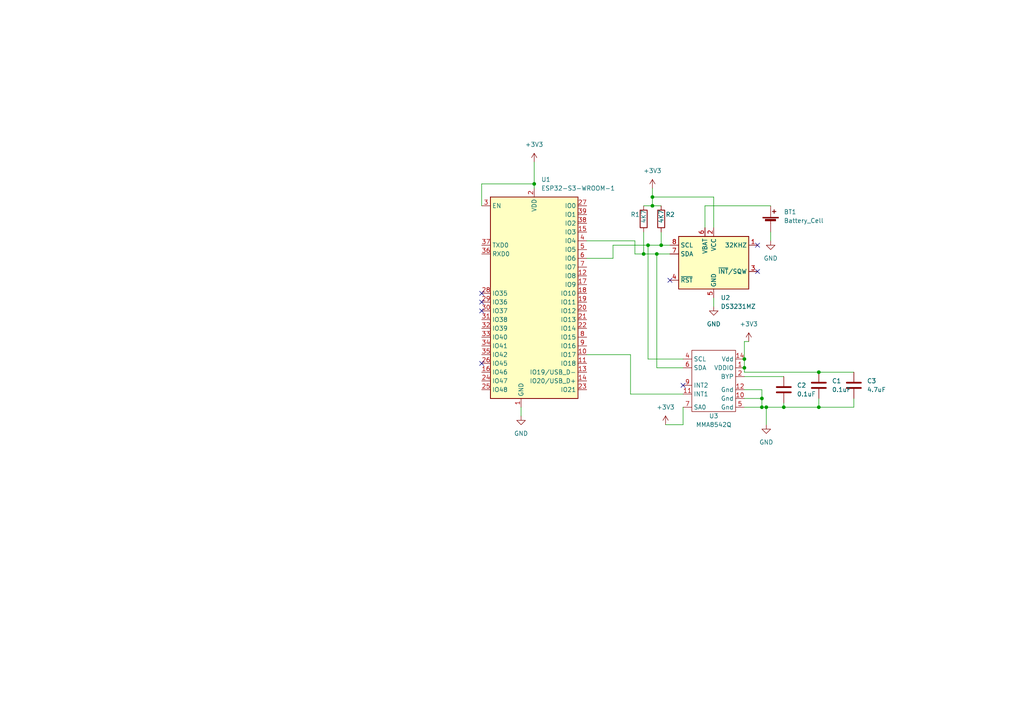
<source format=kicad_sch>
(kicad_sch (version 20211123) (generator eeschema)
  (paper "A4")
  (title_block (title "Parkinson Monitorin Bracelet") (date "2023-02-24") (rev "1.2") (company "Enrique Condes Brena"))
  (lib_symbols
    (symbol "Device:Battery_Cell" (pin_numbers hide) (pin_names (offset 0) hide)
      (property "Reference" "BT" (at 2.54 2.54 0))
      (property "Value" "Battery_Cell" (at 2.54 0 0))
      (symbol "Battery_Cell_0_1"
        (rectangle (start -2.286 1.778) (end 2.286 1.524) (fill (type outline)))
        (rectangle (start -1.5748 1.1938) (end 1.4732 0.6858) (fill (type outline)))
        (polyline (pts (xy 0 0.762) (xy 0 0)))
        (polyline (pts (xy 0 1.778) (xy 0 2.54)))
        (polyline (pts (xy 0.508 3.429) (xy 1.524 3.429)) (stroke (width 0.254)))
        (polyline (pts (xy 1.016 3.937) (xy 1.016 2.921)) (stroke (width 0.254)))
      )
      (symbol "Battery_Cell_1_1"
        (pin passive line (at 0 5.08 270) (length 2.54) (name "+") (number "1"))
        (pin passive line (at 0 -2.54 90) (length 2.54) (name "-") (number "2"))
      )
    )
    (symbol "Device:C" (pin_numbers hide) (pin_names (offset 0.254))
      (property "Reference" "C" (at 0.635 2.54 0))
      (property "Value" "C" (at 0.635 -2.54 0))
      (symbol "C_0_1"
        (polyline (pts (xy -2.032 -0.762) (xy 2.032 -0.762)) (stroke (width 0.508)))
        (polyline (pts (xy -2.032 0.762) (xy 2.032 0.762)) (stroke (width 0.508)))
      )
      (symbol "C_1_1"
        (pin passive line (at 0 3.81 270) (length 2.794) (name "~") (number "1"))
        (pin passive line (at 0 -3.81 90) (length 2.794) (name "~") (number "2"))
      )
    )
    (symbol "Device:R" (pin_numbers hide) (pin_names (offset 0))
      (property "Reference" "R" (at 2.032 0 90))
      (property "Value" "R" (at 0 0 90))
      (symbol "R_0_1"
        (rectangle (start -1.016 -2.54) (end 1.016 2.54) (stroke (width 0.254)))
      )
      (symbol "R_1_1"
        (pin passive line (at 0 3.81 270) (length 1.27) (name "~") (number "1"))
        (pin passive line (at 0 -3.81 90) (length 1.27) (name "~") (number "2"))
      )
    )
    (symbol "HormigaAzul:MMA8542Q"
      (property "Reference" "U" (at 0 10.16 0))
      (property "Value" "MMA8542Q" (at 0 -10.16 0))
      (symbol "MMA8542Q_0_1"
        (rectangle (start -6.35 8.89) (end 6.35 -8.89))
      )
      (symbol "MMA8542Q_1_1"
        (pin power_in line (at -8.89 3.81 0) (length 2.54) (name "VDDIO") (number "1"))
        (pin power_in line (at -8.89 -5.08 0) (length 2.54) (name "Gnd") (number "10"))
        (pin output line (at 8.89 -3.81 180) (length 2.54) (name "INT1") (number "11"))
        (pin power_in line (at -8.89 -2.54 0) (length 2.54) (name "Gnd") (number "12"))
        (pin no_connect line (at 8.89 1.27 180) (length 2.54) hide (name "NC") (number "13"))
        (pin power_in line (at -8.89 6.35 0) (length 2.54) (name "Vdd") (number "14"))
        (pin no_connect line (at 8.89 1.27 180) (length 2.54) hide (name "NC") (number "15"))
        (pin no_connect line (at 8.89 1.27 180) (length 2.54) hide (name "NC") (number "16"))
        (pin power_in line (at -8.89 1.27 0) (length 2.54) (name "BYP") (number "2"))
        (pin no_connect line (at 8.89 1.27 180) (length 2.54) hide (name "NC") (number "3"))
        (pin bidirectional line (at 8.89 6.35 180) (length 2.54) (name "SCL") (number "4"))
        (pin power_in line (at -8.89 -7.62 0) (length 2.54) (name "Gnd") (number "5"))
        (pin bidirectional line (at 8.89 3.81 180) (length 2.54) (name "SDA") (number "6"))
        (pin input line (at 8.89 -7.62 180) (length 2.54) (name "SA0") (number "7"))
        (pin no_connect line (at 8.89 1.27 180) (length 2.54) hide (name "NC") (number "8"))
        (pin output line (at 8.89 -1.27 180) (length 2.54) (name "INT2") (number "9"))
      )
    )
    (symbol "RF_Module:ESP32-S3-WROOM-1"
      (property "Reference" "U" (at -12.7 30.48 0))
      (property "Value" "ESP32-S3-WROOM-1" (at 1.27 30.48 0))
      (symbol "ESP32-S3-WROOM-1_0_1"
        (rectangle (start -12.7 29.21) (end 12.7 -29.21) (stroke (width 0.254)) (fill (type background)))
      )
      (symbol "ESP32-S3-WROOM-1_1_1"
        (pin power_in line (at -3.81 -31.75 90) (length 2.54) (name "GND") (number "1"))
        (pin bidirectional line (at 15.24 -16.51 180) (length 2.54) (name "IO17") (number "10"))
        (pin bidirectional line (at 15.24 -19.05 180) (length 2.54) (name "IO18") (number "11"))
        (pin bidirectional line (at 15.24 6.35 180) (length 2.54) (name "IO8") (number "12"))
        (pin bidirectional line (at 15.24 -21.59 180) (length 2.54) (name "IO19/USB_D-") (number "13"))
        (pin bidirectional line (at 15.24 -24.13 180) (length 2.54) (name "IO20/USB_D+") (number "14"))
        (pin bidirectional line (at 15.24 19.05 180) (length 2.54) (name "IO3") (number "15"))
        (pin bidirectional line (at -15.24 -21.59 0) (length 2.54) (name "IO46") (number "16"))
        (pin bidirectional line (at 15.24 3.81 180) (length 2.54) (name "IO9") (number "17"))
        (pin bidirectional line (at 15.24 1.27 180) (length 2.54) (name "IO10") (number "18"))
        (pin bidirectional line (at 15.24 -1.27 180) (length 2.54) (name "IO11") (number "19"))
        (pin power_in line (at 0 31.75 270) (length 2.54) (name "VDD") (number "2"))
        (pin bidirectional line (at 15.24 -3.81 180) (length 2.54) (name "IO12") (number "20"))
        (pin bidirectional line (at 15.24 -6.35 180) (length 2.54) (name "IO13") (number "21"))
        (pin bidirectional line (at 15.24 -8.89 180) (length 2.54) (name "IO14") (number "22"))
        (pin bidirectional line (at 15.24 -26.67 180) (length 2.54) (name "IO21") (number "23"))
        (pin bidirectional line (at -15.24 -24.13 0) (length 2.54) (name "IO47") (number "24"))
        (pin bidirectional line (at -15.24 -26.67 0) (length 2.54) (name "IO48") (number "25"))
        (pin bidirectional line (at -15.24 -19.05 0) (length 2.54) (name "IO45") (number "26"))
        (pin bidirectional line (at 15.24 26.67 180) (length 2.54) (name "IO0") (number "27"))
        (pin bidirectional line (at -15.24 1.27 0) (length 2.54) (name "IO35") (number "28"))
        (pin bidirectional line (at -15.24 -1.27 0) (length 2.54) (name "IO36") (number "29"))
        (pin input line (at -15.24 26.67 0) (length 2.54) (name "EN") (number "3"))
        (pin bidirectional line (at -15.24 -3.81 0) (length 2.54) (name "IO37") (number "30"))
        (pin bidirectional line (at -15.24 -6.35 0) (length 2.54) (name "IO38") (number "31"))
        (pin bidirectional line (at -15.24 -8.89 0) (length 2.54) (name "IO39") (number "32"))
        (pin bidirectional line (at -15.24 -11.43 0) (length 2.54) (name "IO40") (number "33"))
        (pin bidirectional line (at -15.24 -13.97 0) (length 2.54) (name "IO41") (number "34"))
        (pin bidirectional line (at -15.24 -16.51 0) (length 2.54) (name "IO42") (number "35"))
        (pin bidirectional line (at -15.24 12.7 0) (length 2.54) (name "RXD0") (number "36"))
        (pin bidirectional line (at -15.24 15.24 0) (length 2.54) (name "TXD0") (number "37"))
        (pin bidirectional line (at 15.24 21.59 180) (length 2.54) (name "IO2") (number "38"))
        (pin bidirectional line (at 15.24 24.13 180) (length 2.54) (name "IO1") (number "39"))
        (pin bidirectional line (at 15.24 16.51 180) (length 2.54) (name "IO4") (number "4"))
        (pin passive line (at -3.81 -31.75 90) (length 2.54) hide (name "GND") (number "40"))
        (pin passive line (at -3.81 -31.75 90) (length 2.54) hide (name "GND") (number "41"))
        (pin bidirectional line (at 15.24 13.97 180) (length 2.54) (name "IO5") (number "5"))
        (pin bidirectional line (at 15.24 11.43 180) (length 2.54) (name "IO6") (number "6"))
        (pin bidirectional line (at 15.24 8.89 180) (length 2.54) (name "IO7") (number "7"))
        (pin bidirectional line (at 15.24 -11.43 180) (length 2.54) (name "IO15") (number "8"))
        (pin bidirectional line (at 15.24 -13.97 180) (length 2.54) (name "IO16") (number "9"))
      )
    )
    (symbol "Timer_RTC:DS3231MZ"
      (property "Reference" "U" (at -7.62 8.89 0))
      (property "Value" "DS3231MZ" (at 11.43 8.89 0))
      (symbol "DS3231MZ_0_1"
        (rectangle (start -10.16 7.62) (end 10.16 -7.62) (stroke (width 0.254)) (fill (type background)))
      )
      (symbol "DS3231MZ_1_1"
        (pin open_collector line (at 12.7 5.08 180) (length 2.54) (name "32KHZ") (number "1"))
        (pin power_in line (at 0 10.16 270) (length 2.54) (name "VCC") (number "2"))
        (pin open_collector line (at 12.7 -2.54 180) (length 2.54) (name "~{INT}/SQW") (number "3"))
        (pin bidirectional line (at -12.7 -5.08 0) (length 2.54) (name "~{RST}") (number "4"))
        (pin power_in line (at 0 -10.16 90) (length 2.54) (name "GND") (number "5"))
        (pin power_in line (at -2.54 10.16 270) (length 2.54) (name "VBAT") (number "6"))
        (pin bidirectional line (at -12.7 2.54 0) (length 2.54) (name "SDA") (number "7"))
        (pin input line (at -12.7 5.08 0) (length 2.54) (name "SCL") (number "8"))
      )
    )
    (symbol "power:+3V3" (power) (pin_names (offset 0))
      (property "Value" "+3V3" (at 0 3.556 0))
      (symbol "+3V3_0_1"
        (polyline (pts (xy -0.762 1.27) (xy 0 2.54)))
        (polyline (pts (xy 0 0) (xy 0 2.54)))
        (polyline (pts (xy 0 2.54) (xy 0.762 1.27)))
      )
      (symbol "+3V3_1_1"
        (pin power_in line (at 0 0 90) (length 0) hide (name "+3V3") (number "1"))
      )
    )
    (symbol "power:GND" (power) (pin_names (offset 0))
      (property "Value" "GND" (at 0 -3.81 0))
      (symbol "GND_0_1"
        (polyline (pts (xy 0 0) (xy 0 -1.27) (xy 1.27 -1.27) (xy 0 -2.54) (xy -1.27 -1.27) (xy 0 -1.27)))
      )
      (symbol "GND_1_1"
        (pin power_in line (at 0 0 270) (length 0) hide (name "GND") (number "1"))
      )
    )
  )
  (junction (at 237.49 107.95))
  (junction (at 237.49 118.11))
  (junction (at 154.94 53.34))
  (junction (at 215.9 106.68))
  (junction (at 215.9 104.14))
  (junction (at 190.5 73.66))
  (junction (at 227.33 118.11))
  (junction (at 189.23 57.15))
  (junction (at 222.25 118.11))
  (junction (at 191.77 71.12))
  (junction (at 220.98 115.57))
  (junction (at 220.98 118.11))
  (junction (at 189.23 59.69))
  (junction (at 186.69 73.66))
  (junction (at 187.96 71.12))
  (no_connect (at 194.31 81.28))
  (no_connect (at 139.7 90.17))
  (no_connect (at 139.7 87.63))
  (no_connect (at 139.7 85.09))
  (no_connect (at 219.71 71.12))
  (no_connect (at 219.71 78.74))
  (no_connect (at 198.12 111.76))
  (no_connect (at 139.7 105.41))
  (wire (pts (xy 177.8 71.12) (xy 187.96 71.12)))
  (wire (pts (xy 186.69 67.31) (xy 186.69 73.66)))
  (wire (pts (xy 198.12 104.14) (xy 187.96 104.14)))
  (wire (pts (xy 204.47 59.69) (xy 204.47 66.04)))
  (wire (pts (xy 222.25 118.11) (xy 220.98 118.11)))
  (wire (pts (xy 215.9 99.06) (xy 215.9 104.14)))
  (wire (pts (xy 237.49 118.11) (xy 237.49 115.57)))
  (wire (pts (xy 187.96 71.12) (xy 191.77 71.12)))
  (wire (pts (xy 184.15 73.66) (xy 186.69 73.66)))
  (wire (pts (xy 237.49 107.95) (xy 247.65 107.95)))
  (wire (pts (xy 187.96 104.14) (xy 187.96 71.12)))
  (wire (pts (xy 215.9 118.11) (xy 220.98 118.11)))
  (wire (pts (xy 189.23 59.69) (xy 191.77 59.69)))
  (wire (pts (xy 247.65 118.11) (xy 237.49 118.11)))
  (wire (pts (xy 191.77 71.12) (xy 191.77 67.31)))
  (wire (pts (xy 223.52 59.69) (xy 204.47 59.69)))
  (wire (pts (xy 227.33 116.84) (xy 227.33 118.11)))
  (wire (pts (xy 139.7 53.34) (xy 154.94 53.34)))
  (wire (pts (xy 186.69 59.69) (xy 189.23 59.69)))
  (wire (pts (xy 207.01 66.04) (xy 207.01 57.15)))
  (wire (pts (xy 190.5 73.66) (xy 186.69 73.66)))
  (wire (pts (xy 194.31 71.12) (xy 191.77 71.12)))
  (wire (pts (xy 182.88 114.3) (xy 182.88 102.87)))
  (wire (pts (xy 182.88 114.3) (xy 198.12 114.3)))
  (wire (pts (xy 222.25 123.19) (xy 222.25 118.11)))
  (wire (pts (xy 227.33 118.11) (xy 237.49 118.11)))
  (wire (pts (xy 198.12 106.68) (xy 190.5 106.68)))
  (wire (pts (xy 194.31 73.66) (xy 190.5 73.66)))
  (wire (pts (xy 237.49 107.95) (xy 215.9 107.95)))
  (wire (pts (xy 170.18 69.85) (xy 184.15 69.85)))
  (wire (pts (xy 177.8 74.93) (xy 177.8 71.12)))
  (wire (pts (xy 247.65 115.57) (xy 247.65 118.11)))
  (wire (pts (xy 189.23 57.15) (xy 189.23 59.69)))
  (wire (pts (xy 220.98 113.03) (xy 220.98 115.57)))
  (wire (pts (xy 184.15 69.85) (xy 184.15 73.66)))
  (wire (pts (xy 170.18 74.93) (xy 177.8 74.93)))
  (wire (pts (xy 154.94 53.34) (xy 154.94 54.61)))
  (wire (pts (xy 215.9 115.57) (xy 220.98 115.57)))
  (wire (pts (xy 207.01 57.15) (xy 189.23 57.15)))
  (wire (pts (xy 189.23 54.61) (xy 189.23 57.15)))
  (wire (pts (xy 193.04 123.19) (xy 198.12 123.19)))
  (wire (pts (xy 223.52 67.31) (xy 223.52 69.85)))
  (wire (pts (xy 215.9 104.14) (xy 215.9 106.68)))
  (wire (pts (xy 217.17 99.06) (xy 215.9 99.06)))
  (wire (pts (xy 154.94 46.99) (xy 154.94 53.34)))
  (wire (pts (xy 198.12 123.19) (xy 198.12 118.11)))
  (wire (pts (xy 139.7 59.69) (xy 139.7 53.34)))
  (wire (pts (xy 222.25 118.11) (xy 227.33 118.11)))
  (wire (pts (xy 215.9 107.95) (xy 215.9 106.68)))
  (wire (pts (xy 151.13 118.11) (xy 151.13 120.65)))
  (wire (pts (xy 215.9 113.03) (xy 220.98 113.03)))
  (wire (pts (xy 207.01 86.36) (xy 207.01 88.9)))
  (wire (pts (xy 170.18 102.87) (xy 182.88 102.87)))
  (wire (pts (xy 190.5 106.68) (xy 190.5 73.66)))
  (wire (pts (xy 220.98 115.57) (xy 220.98 118.11)))
  (wire (pts (xy 215.9 109.22) (xy 227.33 109.22)))
  (symbol (lib_id "power:+3V3") (at 154.94 46.99 0) (unit 1)
    (property "Reference" "#PWR0103" (effects hide))
    (property "Value" "+3V3" (at 154.94 41.91 0))
  )
  (symbol (lib_id "HormigaAzul:MMA8542Q") (at 207.01 110.49 0) (mirror y) (unit 1)
    (property "Reference" "U3" (at 207.01 120.65 0))
    (property "Value" "MMA8542Q" (at 207.01 123.19 0))
    (property "Footprint" "HormigaAzul:Freescale-QFN-16_3x3_Pitch0.5mm" (effects hide))
  )
  (symbol (lib_id "Device:Battery_Cell") (at 223.52 64.77 0) (unit 1)
    (property "Reference" "BT1" (at 227.33 61.4679 0) (effects (justify left)))
    (property "Value" "Battery_Cell" (at 227.33 64.0079 0) (effects (justify left)))
    (property "Footprint" "Battery:BatteryHolder_Keystone_2998_1x6.8mm" (effects hide))
  )
  (symbol (lib_id "power:+3V3") (at 193.04 123.19 0) (unit 1)
    (property "Reference" "#PWR0104" (effects hide))
    (property "Value" "+3V3" (at 193.04 118.11 0))
  )
  (symbol (lib_id "power:+3V3") (at 217.17 99.06 0) (unit 1)
    (property "Reference" "#PWR0106" (effects hide))
    (property "Value" "+3V3" (at 217.17 93.98 0))
  )
  (symbol (lib_id "Device:R") (at 186.69 63.5 0) (unit 1)
    (property "Reference" "R1" (at 182.88 62.23 0) (effects (justify left)))
    (property "Value" "4K7" (at 186.69 64.77 90) (effects (justify left)))
    (property "Footprint" "Resistor_SMD:R_1206_3216Metric_Pad1.30x1.75mm_HandSolder" (effects hide))
  )
  (symbol (lib_id "Device:C") (at 247.65 111.76 0) (unit 1)
    (property "Reference" "C3" (at 251.46 110.4899 0) (effects (justify left)))
    (property "Value" "4.7uF" (at 251.46 113.0299 0) (effects (justify left)))
    (property "Footprint" "Capacitor_SMD:C_1210_3225Metric_Pad1.33x2.70mm_HandSolder" (effects hide))
  )
  (symbol (lib_id "Device:C") (at 227.33 113.03 0) (unit 1)
    (property "Reference" "C2" (at 231.14 111.7599 0) (effects (justify left)))
    (property "Value" "0.1uF" (at 231.14 114.2999 0) (effects (justify left)))
    (property "Footprint" "Capacitor_SMD:C_1210_3225Metric_Pad1.33x2.70mm_HandSolder" (effects hide))
  )
  (symbol (lib_id "Timer_RTC:DS3231MZ") (at 207.01 76.2 0) (unit 1)
    (property "Reference" "U2" (at 209.0294 86.36 0) (effects (justify left)))
    (property "Value" "DS3231MZ" (at 209.0294 88.9 0) (effects (justify left)))
    (property "Footprint" "Package_SO:SOIC-8_3.9x4.9mm_P1.27mm" (effects hide))
    (property "Datasheet" "http://datasheets.maximintegrated.com/en/ds/DS3231M.pdf" (effects hide))
  )
  (symbol (lib_id "Device:C") (at 237.49 111.76 0) (unit 1)
    (property "Reference" "C1" (at 241.3 110.4899 0) (effects (justify left)))
    (property "Value" "0.1uF" (at 241.3 113.0299 0) (effects (justify left)))
    (property "Footprint" "Capacitor_SMD:C_1210_3225Metric_Pad1.33x2.70mm_HandSolder" (effects hide))
  )
  (symbol (lib_id "power:GND") (at 223.52 69.85 0) (unit 1)
    (property "Reference" "#PWR0107" (effects hide))
    (property "Value" "GND" (at 223.52 74.93 0))
  )
  (symbol (lib_id "power:GND") (at 222.25 123.19 0) (unit 1)
    (property "Reference" "#PWR0108" (effects hide))
    (property "Value" "GND" (at 222.25 128.27 0))
  )
  (symbol (lib_id "RF_Module:ESP32-S3-WROOM-1") (at 154.94 86.36 0) (unit 1)
    (property "Reference" "U1" (at 156.9594 52.07 0) (effects (justify left)))
    (property "Value" "ESP32-S3-WROOM-1" (at 156.9594 54.61 0) (effects (justify left)))
    (property "Footprint" "RF_Module:ESP32-S3-WROOM-1" (effects hide))
    (property "Datasheet" "https://www.espressif.com/sites/default/files/documentation/esp32-s3-wroom-1_wroom-1u_datasheet_en.pdf" (effects hide))
  )
  (symbol (lib_id "power:+3V3") (at 189.23 54.61 0) (unit 1)
    (property "Reference" "#PWR0102" (effects hide))
    (property "Value" "+3V3" (at 189.23 49.53 0))
  )
  (symbol (lib_id "power:GND") (at 151.13 120.65 0) (unit 1)
    (property "Reference" "#PWR0101" (effects hide))
    (property "Value" "GND" (at 151.13 125.73 0))
  )
  (symbol (lib_id "power:GND") (at 207.01 88.9 0) (unit 1)
    (property "Reference" "#PWR0105" (effects hide))
    (property "Value" "GND" (at 207.01 93.98 0))
  )
  (symbol (lib_id "Device:R") (at 191.77 63.5 0) (unit 1)
    (property "Reference" "R2" (at 193.04 62.23 0) (effects (justify left)))
    (property "Value" "4K7" (at 191.77 64.77 90) (effects (justify left)))
    (property "Footprint" "Resistor_SMD:R_1206_3216Metric_Pad1.30x1.75mm_HandSolder" (effects hide))
  )
)
</source>
